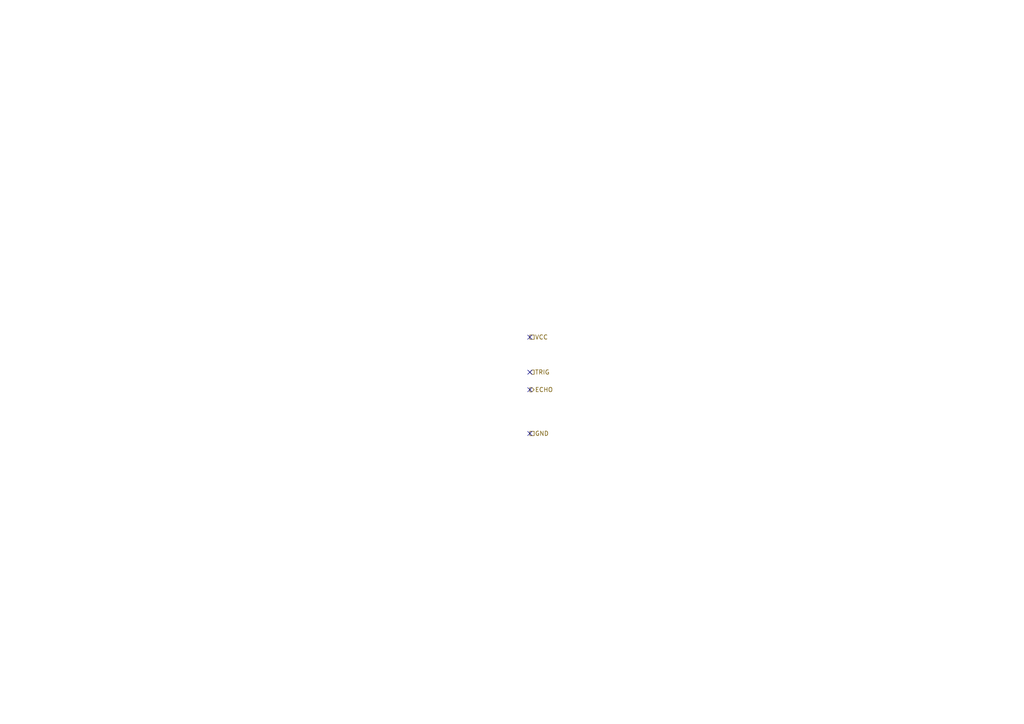
<source format=kicad_sch>
(kicad_sch (version 20211123) (generator eeschema)
  (paper "A4")
  (lib_symbols)
  (no_connect (at 153.67 97.79))
  (no_connect (at 153.67 107.95))
  (no_connect (at 153.67 113.03))
  (no_connect (at 153.67 125.73))
  (hierarchical_label "VCC" (shape passive) (at 153.67 97.79 0))
  (hierarchical_label "ECHO" (shape output) (at 153.67 113.03 0))
  (hierarchical_label "TRIG" (shape input) (at 153.67 107.95 0))
  (hierarchical_label "GND" (shape passive) (at 153.67 125.73 0))
)
</source>
